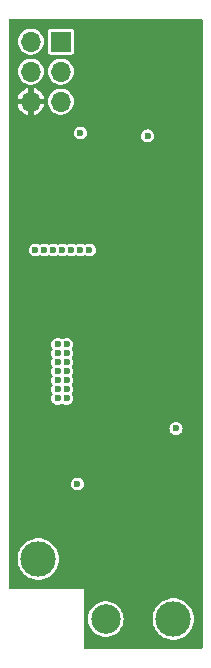
<source format=gbr>
%TF.GenerationSoftware,KiCad,Pcbnew,7.0.6*%
%TF.CreationDate,2023-11-17T09:16:20+01:00*%
%TF.ProjectId,dc_64d,64635f36-3464-42e6-9b69-6361645f7063,0.1*%
%TF.SameCoordinates,Original*%
%TF.FileFunction,Copper,L4,Bot*%
%TF.FilePolarity,Positive*%
%FSLAX46Y46*%
G04 Gerber Fmt 4.6, Leading zero omitted, Abs format (unit mm)*
G04 Created by KiCad (PCBNEW 7.0.6) date 2023-11-17 09:16:20*
%MOMM*%
%LPD*%
G01*
G04 APERTURE LIST*
%TA.AperFunction,ComponentPad*%
%ADD10C,3.000000*%
%TD*%
%TA.AperFunction,ComponentPad*%
%ADD11C,2.500000*%
%TD*%
%TA.AperFunction,ComponentPad*%
%ADD12R,1.700000X1.700000*%
%TD*%
%TA.AperFunction,ComponentPad*%
%ADD13O,1.700000X1.700000*%
%TD*%
%TA.AperFunction,ViaPad*%
%ADD14C,0.600000*%
%TD*%
G04 APERTURE END LIST*
D10*
X99060000Y-78740000D03*
X110490000Y-83820000D03*
D11*
X104775000Y-83820000D03*
X104775000Y-35560000D03*
D12*
X100970000Y-34940000D03*
D13*
X98430000Y-34940000D03*
X100970000Y-37480000D03*
X98430000Y-37480000D03*
X100970000Y-40020000D03*
X98430000Y-40020000D03*
D14*
X111887000Y-38100000D03*
X105537000Y-41352498D03*
X106426000Y-55651500D03*
X107823000Y-76581000D03*
X110998000Y-42164000D03*
X112141000Y-79883000D03*
X107543500Y-62230000D03*
X102743000Y-63627000D03*
X110998000Y-48133000D03*
X97663000Y-49022000D03*
X105537000Y-52984500D03*
X99568000Y-46482000D03*
X112014000Y-55905500D03*
X110464500Y-61214000D03*
X102108000Y-54102000D03*
X112268000Y-51968500D03*
X108331000Y-38862000D03*
X101981000Y-78867000D03*
X101981000Y-66929000D03*
X101981000Y-80391000D03*
X108458000Y-46736000D03*
X109855000Y-37338000D03*
X102743000Y-65151000D03*
X107543500Y-62992000D03*
X108077000Y-70993000D03*
X100711000Y-75946000D03*
X101981000Y-74549000D03*
X100838000Y-49530000D03*
X107696000Y-68072000D03*
X102616000Y-37084000D03*
X101981000Y-71501000D03*
X107950000Y-80645000D03*
X107061000Y-47498000D03*
X111379000Y-49809500D03*
X101981000Y-68453000D03*
X102743000Y-62103000D03*
X101981000Y-69977000D03*
X108077000Y-70231000D03*
X107543500Y-61468000D03*
X102235000Y-41402000D03*
X102489000Y-47117000D03*
X112141000Y-71374000D03*
X111506000Y-34163000D03*
X102743000Y-60579000D03*
X106553000Y-45212000D03*
X106299000Y-52984500D03*
X108077000Y-69469000D03*
X97790000Y-44831000D03*
X109728000Y-41021000D03*
X112014000Y-57429500D03*
X112014000Y-58953500D03*
X109855000Y-48133000D03*
X102362000Y-39116000D03*
X112014000Y-55143500D03*
X107823000Y-34036000D03*
X112014000Y-58191500D03*
X100711000Y-43434000D03*
X103251000Y-54102000D03*
X107950000Y-85471000D03*
X108458000Y-48133000D03*
X103124000Y-45720000D03*
X112141000Y-65659000D03*
X112141000Y-74549000D03*
X109220000Y-68072000D03*
X112014000Y-56667500D03*
X107823000Y-75819000D03*
X103378000Y-66675000D03*
X107823000Y-77343000D03*
X107061000Y-52984500D03*
X107823000Y-78105000D03*
X98806000Y-52578000D03*
X102616000Y-52578000D03*
X101092000Y-52578000D03*
X101854000Y-52578000D03*
X100330000Y-52578000D03*
X99568000Y-52578000D03*
X103378000Y-52578000D03*
X100711000Y-62103000D03*
X100711000Y-63627000D03*
X101473000Y-63627000D03*
X100711000Y-62865000D03*
X102362000Y-72390000D03*
X101473000Y-60579000D03*
X100711000Y-60579000D03*
X100711000Y-64389000D03*
X108331000Y-42926000D03*
X110718500Y-67691000D03*
X101473000Y-62865000D03*
X100711000Y-65151000D03*
X102616000Y-42672000D03*
X101473000Y-62103000D03*
X101473000Y-65151000D03*
X100711000Y-61341000D03*
X101473000Y-61341000D03*
X101473000Y-64389000D03*
%TA.AperFunction,Conductor*%
G36*
X106807000Y-37592000D02*
G01*
X102743000Y-37592000D01*
X102743000Y-33045500D01*
X106807000Y-33045500D01*
X106807000Y-37592000D01*
G37*
%TD.AperFunction*%
%TA.AperFunction,Conductor*%
G36*
X102743000Y-37592000D02*
G01*
X106807000Y-37592000D01*
X106807000Y-33045500D01*
X112880500Y-33045500D01*
X112947539Y-33065185D01*
X112993294Y-33117989D01*
X113004500Y-33169500D01*
X113004500Y-75438000D01*
X107315000Y-75438000D01*
X107315000Y-78486000D01*
X113004500Y-78486000D01*
X113004500Y-86210500D01*
X112984815Y-86277539D01*
X112932011Y-86323294D01*
X112880500Y-86334500D01*
X103019500Y-86334500D01*
X102952461Y-86314815D01*
X102906706Y-86262011D01*
X102895500Y-86210500D01*
X102895500Y-83820005D01*
X103269357Y-83820005D01*
X103289890Y-84067812D01*
X103289892Y-84067824D01*
X103350936Y-84308881D01*
X103450826Y-84536606D01*
X103586833Y-84744782D01*
X103586836Y-84744785D01*
X103755256Y-84927738D01*
X103951491Y-85080474D01*
X104170190Y-85198828D01*
X104405386Y-85279571D01*
X104650665Y-85320500D01*
X104899335Y-85320500D01*
X105144614Y-85279571D01*
X105379810Y-85198828D01*
X105598509Y-85080474D01*
X105794744Y-84927738D01*
X105963164Y-84744785D01*
X106099173Y-84536607D01*
X106199063Y-84308881D01*
X106260108Y-84067821D01*
X106280643Y-83820004D01*
X108734592Y-83820004D01*
X108754196Y-84081620D01*
X108754197Y-84081625D01*
X108812576Y-84337402D01*
X108812578Y-84337411D01*
X108812580Y-84337416D01*
X108908432Y-84581643D01*
X109039614Y-84808857D01*
X109171736Y-84974533D01*
X109203198Y-85013985D01*
X109384753Y-85182441D01*
X109395521Y-85192433D01*
X109612296Y-85340228D01*
X109612301Y-85340230D01*
X109612302Y-85340231D01*
X109612303Y-85340232D01*
X109737843Y-85400688D01*
X109848673Y-85454061D01*
X109848674Y-85454061D01*
X109848677Y-85454063D01*
X110099385Y-85531396D01*
X110358818Y-85570500D01*
X110621182Y-85570500D01*
X110880615Y-85531396D01*
X111131323Y-85454063D01*
X111367704Y-85340228D01*
X111584479Y-85192433D01*
X111776805Y-85013981D01*
X111940386Y-84808857D01*
X112071568Y-84581643D01*
X112167420Y-84337416D01*
X112225802Y-84081630D01*
X112226837Y-84067821D01*
X112245408Y-83820004D01*
X112245408Y-83819995D01*
X112225803Y-83558379D01*
X112225802Y-83558374D01*
X112225802Y-83558370D01*
X112167420Y-83302584D01*
X112071568Y-83058357D01*
X111940386Y-82831143D01*
X111776805Y-82626019D01*
X111776804Y-82626018D01*
X111776801Y-82626014D01*
X111584479Y-82447567D01*
X111456671Y-82360429D01*
X111367704Y-82299772D01*
X111367700Y-82299770D01*
X111367697Y-82299768D01*
X111367696Y-82299767D01*
X111131325Y-82185938D01*
X111131327Y-82185938D01*
X110880623Y-82108606D01*
X110880619Y-82108605D01*
X110880615Y-82108604D01*
X110755823Y-82089794D01*
X110621187Y-82069500D01*
X110621182Y-82069500D01*
X110358818Y-82069500D01*
X110358812Y-82069500D01*
X110197247Y-82093853D01*
X110099385Y-82108604D01*
X110099381Y-82108605D01*
X110099382Y-82108605D01*
X110099376Y-82108606D01*
X109848673Y-82185938D01*
X109612303Y-82299767D01*
X109612302Y-82299768D01*
X109395520Y-82447567D01*
X109203198Y-82626014D01*
X109039614Y-82831143D01*
X108908432Y-83058356D01*
X108812582Y-83302578D01*
X108812576Y-83302597D01*
X108754197Y-83558374D01*
X108754196Y-83558379D01*
X108734592Y-83819995D01*
X108734592Y-83820004D01*
X106280643Y-83820004D01*
X106280643Y-83820000D01*
X106260108Y-83572179D01*
X106199063Y-83331119D01*
X106186546Y-83302584D01*
X106099173Y-83103393D01*
X105963166Y-82895217D01*
X105941557Y-82871744D01*
X105794744Y-82712262D01*
X105598509Y-82559526D01*
X105598507Y-82559525D01*
X105598506Y-82559524D01*
X105379811Y-82441172D01*
X105379802Y-82441169D01*
X105144616Y-82360429D01*
X104899335Y-82319500D01*
X104650665Y-82319500D01*
X104405383Y-82360429D01*
X104170197Y-82441169D01*
X104170188Y-82441172D01*
X103951493Y-82559524D01*
X103755257Y-82712261D01*
X103586833Y-82895217D01*
X103450826Y-83103393D01*
X103350936Y-83331118D01*
X103289892Y-83572175D01*
X103289890Y-83572187D01*
X103269357Y-83819994D01*
X103269357Y-83820005D01*
X102895500Y-83820005D01*
X102895500Y-81309738D01*
X102897601Y-81299177D01*
X102897601Y-81279999D01*
X102889517Y-81260483D01*
X102875072Y-81254500D01*
X102870000Y-81252399D01*
X102850824Y-81252399D01*
X102840262Y-81254500D01*
X96669500Y-81254500D01*
X96602461Y-81234815D01*
X96556706Y-81182011D01*
X96545500Y-81130500D01*
X96545500Y-78740004D01*
X97304592Y-78740004D01*
X97324196Y-79001620D01*
X97324197Y-79001625D01*
X97382576Y-79257402D01*
X97382578Y-79257411D01*
X97382580Y-79257416D01*
X97478432Y-79501643D01*
X97609614Y-79728857D01*
X97741736Y-79894533D01*
X97773198Y-79933985D01*
X97954753Y-80102441D01*
X97965521Y-80112433D01*
X98182296Y-80260228D01*
X98182301Y-80260230D01*
X98182302Y-80260231D01*
X98182303Y-80260232D01*
X98307843Y-80320688D01*
X98418673Y-80374061D01*
X98418674Y-80374061D01*
X98418677Y-80374063D01*
X98669385Y-80451396D01*
X98928818Y-80490500D01*
X99191182Y-80490500D01*
X99450615Y-80451396D01*
X99701323Y-80374063D01*
X99937704Y-80260228D01*
X100154479Y-80112433D01*
X100346805Y-79933981D01*
X100510386Y-79728857D01*
X100641568Y-79501643D01*
X100737420Y-79257416D01*
X100795802Y-79001630D01*
X100815408Y-78740000D01*
X100795802Y-78478370D01*
X100737420Y-78222584D01*
X100641568Y-77978357D01*
X100510386Y-77751143D01*
X100346805Y-77546019D01*
X100346804Y-77546018D01*
X100346801Y-77546014D01*
X100154479Y-77367567D01*
X100154478Y-77367566D01*
X99937704Y-77219772D01*
X99937700Y-77219770D01*
X99937697Y-77219768D01*
X99937696Y-77219767D01*
X99701325Y-77105938D01*
X99701327Y-77105938D01*
X99450623Y-77028606D01*
X99450619Y-77028605D01*
X99450615Y-77028604D01*
X99325823Y-77009794D01*
X99191187Y-76989500D01*
X99191182Y-76989500D01*
X98928818Y-76989500D01*
X98928812Y-76989500D01*
X98767247Y-77013853D01*
X98669385Y-77028604D01*
X98669381Y-77028605D01*
X98669382Y-77028605D01*
X98669376Y-77028606D01*
X98418673Y-77105938D01*
X98182303Y-77219767D01*
X98182302Y-77219768D01*
X97965520Y-77367567D01*
X97773198Y-77546014D01*
X97609614Y-77751143D01*
X97478432Y-77978356D01*
X97382582Y-78222578D01*
X97382576Y-78222597D01*
X97324197Y-78478374D01*
X97324196Y-78478379D01*
X97304592Y-78739995D01*
X97304592Y-78740004D01*
X96545500Y-78740004D01*
X96545500Y-72390000D01*
X101806750Y-72390000D01*
X101825670Y-72533708D01*
X101825671Y-72533712D01*
X101881137Y-72667622D01*
X101881138Y-72667624D01*
X101881139Y-72667625D01*
X101969379Y-72782621D01*
X102084375Y-72870861D01*
X102218291Y-72926330D01*
X102345280Y-72943048D01*
X102361999Y-72945250D01*
X102362000Y-72945250D01*
X102362001Y-72945250D01*
X102376977Y-72943278D01*
X102505709Y-72926330D01*
X102639625Y-72870861D01*
X102754621Y-72782621D01*
X102842861Y-72667625D01*
X102898330Y-72533709D01*
X102917250Y-72390000D01*
X102898330Y-72246291D01*
X102842861Y-72112375D01*
X102754621Y-71997379D01*
X102639625Y-71909139D01*
X102639624Y-71909138D01*
X102639622Y-71909137D01*
X102505712Y-71853671D01*
X102505710Y-71853670D01*
X102505709Y-71853670D01*
X102433854Y-71844210D01*
X102362001Y-71834750D01*
X102361999Y-71834750D01*
X102218291Y-71853670D01*
X102218287Y-71853671D01*
X102084377Y-71909137D01*
X101969379Y-71997379D01*
X101881137Y-72112377D01*
X101825671Y-72246287D01*
X101825670Y-72246291D01*
X101806750Y-72389999D01*
X101806750Y-72390000D01*
X96545500Y-72390000D01*
X96545500Y-67691000D01*
X110163250Y-67691000D01*
X110182170Y-67834708D01*
X110182171Y-67834712D01*
X110237637Y-67968622D01*
X110237638Y-67968624D01*
X110237639Y-67968625D01*
X110325879Y-68083621D01*
X110440875Y-68171861D01*
X110574791Y-68227330D01*
X110701780Y-68244048D01*
X110718499Y-68246250D01*
X110718500Y-68246250D01*
X110718501Y-68246250D01*
X110733477Y-68244278D01*
X110862209Y-68227330D01*
X110996125Y-68171861D01*
X111111121Y-68083621D01*
X111199361Y-67968625D01*
X111254830Y-67834709D01*
X111273750Y-67691000D01*
X111254830Y-67547291D01*
X111199361Y-67413375D01*
X111111121Y-67298379D01*
X110996125Y-67210139D01*
X110996124Y-67210138D01*
X110996122Y-67210137D01*
X110862212Y-67154671D01*
X110862210Y-67154670D01*
X110862209Y-67154670D01*
X110790354Y-67145210D01*
X110718501Y-67135750D01*
X110718499Y-67135750D01*
X110574791Y-67154670D01*
X110574787Y-67154671D01*
X110440877Y-67210137D01*
X110325879Y-67298379D01*
X110237637Y-67413377D01*
X110182171Y-67547287D01*
X110182170Y-67547291D01*
X110163250Y-67690999D01*
X110163250Y-67691000D01*
X96545500Y-67691000D01*
X96545500Y-65151000D01*
X100155750Y-65151000D01*
X100174670Y-65294708D01*
X100174671Y-65294712D01*
X100230137Y-65428622D01*
X100230138Y-65428624D01*
X100230139Y-65428625D01*
X100318379Y-65543621D01*
X100433375Y-65631861D01*
X100567291Y-65687330D01*
X100694280Y-65704048D01*
X100710999Y-65706250D01*
X100711000Y-65706250D01*
X100711001Y-65706250D01*
X100725977Y-65704278D01*
X100854709Y-65687330D01*
X100988625Y-65631861D01*
X101016514Y-65610460D01*
X101081683Y-65585267D01*
X101150127Y-65599305D01*
X101167481Y-65610457D01*
X101195375Y-65631861D01*
X101329291Y-65687330D01*
X101456280Y-65704048D01*
X101472999Y-65706250D01*
X101473000Y-65706250D01*
X101473001Y-65706250D01*
X101487977Y-65704278D01*
X101616709Y-65687330D01*
X101750625Y-65631861D01*
X101865621Y-65543621D01*
X101953861Y-65428625D01*
X102009330Y-65294709D01*
X102028250Y-65151000D01*
X102009330Y-65007291D01*
X101953861Y-64873375D01*
X101932460Y-64845485D01*
X101907267Y-64780317D01*
X101921305Y-64711873D01*
X101932460Y-64694515D01*
X101953861Y-64666625D01*
X102009330Y-64532709D01*
X102028250Y-64389000D01*
X102009330Y-64245291D01*
X101953861Y-64111375D01*
X101932460Y-64083485D01*
X101907267Y-64018317D01*
X101921305Y-63949873D01*
X101932460Y-63932515D01*
X101953861Y-63904625D01*
X102009330Y-63770709D01*
X102028250Y-63627000D01*
X102009330Y-63483291D01*
X101953861Y-63349375D01*
X101932460Y-63321485D01*
X101907267Y-63256317D01*
X101921305Y-63187873D01*
X101932460Y-63170515D01*
X101953861Y-63142625D01*
X102009330Y-63008709D01*
X102028250Y-62865000D01*
X102009330Y-62721291D01*
X101953861Y-62587375D01*
X101932460Y-62559484D01*
X101907267Y-62494315D01*
X101921306Y-62425870D01*
X101932455Y-62408520D01*
X101953861Y-62380625D01*
X102009330Y-62246709D01*
X102028250Y-62103000D01*
X102009330Y-61959291D01*
X101953861Y-61825375D01*
X101932460Y-61797485D01*
X101907267Y-61732317D01*
X101921305Y-61663873D01*
X101932460Y-61646515D01*
X101953861Y-61618625D01*
X102009330Y-61484709D01*
X102028250Y-61341000D01*
X102009330Y-61197291D01*
X101953861Y-61063375D01*
X101932459Y-61035483D01*
X101907267Y-60970317D01*
X101921305Y-60901873D01*
X101932457Y-60884518D01*
X101953861Y-60856625D01*
X102009330Y-60722709D01*
X102028250Y-60579000D01*
X102009330Y-60435291D01*
X101953861Y-60301375D01*
X101865621Y-60186379D01*
X101750625Y-60098139D01*
X101750624Y-60098138D01*
X101750622Y-60098137D01*
X101616712Y-60042671D01*
X101616710Y-60042670D01*
X101616709Y-60042670D01*
X101544854Y-60033210D01*
X101473001Y-60023750D01*
X101472999Y-60023750D01*
X101329291Y-60042670D01*
X101329287Y-60042671D01*
X101195375Y-60098138D01*
X101167485Y-60119539D01*
X101102316Y-60144732D01*
X101033871Y-60130693D01*
X101016515Y-60119539D01*
X101001379Y-60107925D01*
X100988625Y-60098139D01*
X100988623Y-60098138D01*
X100988625Y-60098138D01*
X100854712Y-60042671D01*
X100854710Y-60042670D01*
X100854709Y-60042670D01*
X100782854Y-60033210D01*
X100711001Y-60023750D01*
X100710999Y-60023750D01*
X100567291Y-60042670D01*
X100567287Y-60042671D01*
X100433377Y-60098137D01*
X100318379Y-60186379D01*
X100230137Y-60301377D01*
X100174671Y-60435287D01*
X100174670Y-60435291D01*
X100155750Y-60578999D01*
X100155750Y-60579000D01*
X100174670Y-60722708D01*
X100174671Y-60722712D01*
X100230137Y-60856622D01*
X100230138Y-60856624D01*
X100230139Y-60856625D01*
X100251538Y-60884513D01*
X100276732Y-60949682D01*
X100262694Y-61018126D01*
X100251540Y-61035483D01*
X100230138Y-61063375D01*
X100174671Y-61197287D01*
X100174670Y-61197291D01*
X100155750Y-61340999D01*
X100155750Y-61341000D01*
X100174670Y-61484708D01*
X100174671Y-61484712D01*
X100230138Y-61618624D01*
X100251539Y-61646515D01*
X100276732Y-61711684D01*
X100262693Y-61780129D01*
X100251539Y-61797485D01*
X100230138Y-61825375D01*
X100174671Y-61959287D01*
X100174670Y-61959291D01*
X100155750Y-62102999D01*
X100155750Y-62103000D01*
X100174670Y-62246708D01*
X100174671Y-62246712D01*
X100230138Y-62380624D01*
X100251539Y-62408515D01*
X100276732Y-62473684D01*
X100262693Y-62542129D01*
X100251539Y-62559485D01*
X100230138Y-62587375D01*
X100174671Y-62721287D01*
X100174670Y-62721291D01*
X100155750Y-62864999D01*
X100155750Y-62865000D01*
X100174670Y-63008708D01*
X100174671Y-63008712D01*
X100230138Y-63142624D01*
X100251539Y-63170515D01*
X100276732Y-63235684D01*
X100262693Y-63304129D01*
X100251539Y-63321485D01*
X100230138Y-63349375D01*
X100174671Y-63483287D01*
X100174670Y-63483291D01*
X100155750Y-63626999D01*
X100155750Y-63627000D01*
X100174670Y-63770708D01*
X100174671Y-63770712D01*
X100230138Y-63904624D01*
X100251539Y-63932515D01*
X100276732Y-63997684D01*
X100262693Y-64066129D01*
X100251539Y-64083485D01*
X100230138Y-64111375D01*
X100174671Y-64245287D01*
X100174670Y-64245291D01*
X100155750Y-64388999D01*
X100155750Y-64389000D01*
X100174670Y-64532708D01*
X100174671Y-64532712D01*
X100230138Y-64666624D01*
X100251539Y-64694515D01*
X100276732Y-64759684D01*
X100262693Y-64828129D01*
X100251539Y-64845485D01*
X100230138Y-64873375D01*
X100174671Y-65007287D01*
X100174670Y-65007291D01*
X100155750Y-65150999D01*
X100155750Y-65151000D01*
X96545500Y-65151000D01*
X96545500Y-52578000D01*
X98250750Y-52578000D01*
X98269670Y-52721708D01*
X98269671Y-52721712D01*
X98325137Y-52855622D01*
X98325138Y-52855624D01*
X98325139Y-52855625D01*
X98413379Y-52970621D01*
X98528375Y-53058861D01*
X98662291Y-53114330D01*
X98789280Y-53131048D01*
X98805999Y-53133250D01*
X98806000Y-53133250D01*
X98806001Y-53133250D01*
X98820977Y-53131278D01*
X98949709Y-53114330D01*
X99083625Y-53058861D01*
X99111514Y-53037460D01*
X99176680Y-53012267D01*
X99245125Y-53026304D01*
X99262484Y-53037460D01*
X99262487Y-53037462D01*
X99290375Y-53058861D01*
X99424291Y-53114330D01*
X99551280Y-53131048D01*
X99567999Y-53133250D01*
X99568000Y-53133250D01*
X99568001Y-53133250D01*
X99582977Y-53131278D01*
X99711709Y-53114330D01*
X99845625Y-53058861D01*
X99873514Y-53037460D01*
X99938683Y-53012267D01*
X100007127Y-53026305D01*
X100024481Y-53037457D01*
X100052375Y-53058861D01*
X100186291Y-53114330D01*
X100313280Y-53131048D01*
X100329999Y-53133250D01*
X100330000Y-53133250D01*
X100330001Y-53133250D01*
X100344977Y-53131278D01*
X100473709Y-53114330D01*
X100607625Y-53058861D01*
X100635514Y-53037460D01*
X100700683Y-53012267D01*
X100769127Y-53026305D01*
X100786481Y-53037457D01*
X100814375Y-53058861D01*
X100948291Y-53114330D01*
X101075280Y-53131048D01*
X101091999Y-53133250D01*
X101092000Y-53133250D01*
X101092001Y-53133250D01*
X101106977Y-53131278D01*
X101235709Y-53114330D01*
X101369625Y-53058861D01*
X101397514Y-53037460D01*
X101462683Y-53012267D01*
X101531127Y-53026305D01*
X101548481Y-53037457D01*
X101576375Y-53058861D01*
X101710291Y-53114330D01*
X101837280Y-53131048D01*
X101853999Y-53133250D01*
X101854000Y-53133250D01*
X101854001Y-53133250D01*
X101868977Y-53131278D01*
X101997709Y-53114330D01*
X102131625Y-53058861D01*
X102159514Y-53037460D01*
X102224683Y-53012267D01*
X102293127Y-53026305D01*
X102310481Y-53037457D01*
X102338375Y-53058861D01*
X102472291Y-53114330D01*
X102599280Y-53131048D01*
X102615999Y-53133250D01*
X102616000Y-53133250D01*
X102616001Y-53133250D01*
X102630977Y-53131278D01*
X102759709Y-53114330D01*
X102893625Y-53058861D01*
X102921514Y-53037460D01*
X102986683Y-53012267D01*
X103055127Y-53026305D01*
X103072481Y-53037457D01*
X103100375Y-53058861D01*
X103234291Y-53114330D01*
X103361280Y-53131048D01*
X103377999Y-53133250D01*
X103378000Y-53133250D01*
X103378001Y-53133250D01*
X103392977Y-53131278D01*
X103521709Y-53114330D01*
X103655625Y-53058861D01*
X103770621Y-52970621D01*
X103858861Y-52855625D01*
X103914330Y-52721709D01*
X103933250Y-52578000D01*
X103914330Y-52434291D01*
X103858861Y-52300375D01*
X103770621Y-52185379D01*
X103655625Y-52097139D01*
X103655624Y-52097138D01*
X103655622Y-52097137D01*
X103521712Y-52041671D01*
X103521710Y-52041670D01*
X103521709Y-52041670D01*
X103449854Y-52032210D01*
X103378001Y-52022750D01*
X103377999Y-52022750D01*
X103234291Y-52041670D01*
X103234287Y-52041671D01*
X103100375Y-52097138D01*
X103072485Y-52118539D01*
X103007316Y-52143732D01*
X102938871Y-52129693D01*
X102921515Y-52118539D01*
X102906379Y-52106925D01*
X102893625Y-52097139D01*
X102893623Y-52097138D01*
X102893625Y-52097138D01*
X102759712Y-52041671D01*
X102759710Y-52041670D01*
X102759709Y-52041670D01*
X102687854Y-52032210D01*
X102616001Y-52022750D01*
X102615999Y-52022750D01*
X102472291Y-52041670D01*
X102472287Y-52041671D01*
X102338375Y-52097138D01*
X102310483Y-52118540D01*
X102245313Y-52143732D01*
X102176868Y-52129692D01*
X102159514Y-52118539D01*
X102131625Y-52097139D01*
X102131624Y-52097138D01*
X102131622Y-52097137D01*
X101997712Y-52041671D01*
X101997710Y-52041670D01*
X101997709Y-52041670D01*
X101925854Y-52032210D01*
X101854001Y-52022750D01*
X101853999Y-52022750D01*
X101710291Y-52041670D01*
X101710287Y-52041671D01*
X101576375Y-52097138D01*
X101548483Y-52118540D01*
X101483313Y-52143732D01*
X101414868Y-52129692D01*
X101397514Y-52118539D01*
X101369625Y-52097139D01*
X101369624Y-52097138D01*
X101369622Y-52097137D01*
X101235712Y-52041671D01*
X101235710Y-52041670D01*
X101235709Y-52041670D01*
X101163854Y-52032210D01*
X101092001Y-52022750D01*
X101091999Y-52022750D01*
X100948291Y-52041670D01*
X100948287Y-52041671D01*
X100814375Y-52097138D01*
X100786485Y-52118539D01*
X100721316Y-52143732D01*
X100652871Y-52129693D01*
X100635515Y-52118539D01*
X100620379Y-52106925D01*
X100607625Y-52097139D01*
X100607623Y-52097138D01*
X100607625Y-52097138D01*
X100473712Y-52041671D01*
X100473710Y-52041670D01*
X100473709Y-52041670D01*
X100401854Y-52032210D01*
X100330001Y-52022750D01*
X100329999Y-52022750D01*
X100186291Y-52041670D01*
X100186287Y-52041671D01*
X100052375Y-52097138D01*
X100024485Y-52118539D01*
X99959316Y-52143732D01*
X99890871Y-52129693D01*
X99873515Y-52118539D01*
X99858379Y-52106925D01*
X99845625Y-52097139D01*
X99845623Y-52097138D01*
X99845625Y-52097138D01*
X99711712Y-52041671D01*
X99711710Y-52041670D01*
X99711709Y-52041670D01*
X99639854Y-52032210D01*
X99568001Y-52022750D01*
X99567999Y-52022750D01*
X99424291Y-52041670D01*
X99424287Y-52041671D01*
X99290375Y-52097138D01*
X99262485Y-52118539D01*
X99197316Y-52143732D01*
X99128871Y-52129693D01*
X99111515Y-52118539D01*
X99096379Y-52106925D01*
X99083625Y-52097139D01*
X99083623Y-52097138D01*
X99083625Y-52097138D01*
X98949712Y-52041671D01*
X98949710Y-52041670D01*
X98949709Y-52041670D01*
X98877854Y-52032210D01*
X98806001Y-52022750D01*
X98805999Y-52022750D01*
X98662291Y-52041670D01*
X98662287Y-52041671D01*
X98528377Y-52097137D01*
X98413379Y-52185379D01*
X98325137Y-52300377D01*
X98269671Y-52434287D01*
X98269670Y-52434291D01*
X98250750Y-52577999D01*
X98250750Y-52578000D01*
X96545500Y-52578000D01*
X96545500Y-42672000D01*
X102060750Y-42672000D01*
X102079670Y-42815708D01*
X102079671Y-42815712D01*
X102135137Y-42949622D01*
X102135138Y-42949624D01*
X102135139Y-42949625D01*
X102223379Y-43064621D01*
X102338375Y-43152861D01*
X102472291Y-43208330D01*
X102599280Y-43225048D01*
X102615999Y-43227250D01*
X102616000Y-43227250D01*
X102616001Y-43227250D01*
X102630977Y-43225278D01*
X102759709Y-43208330D01*
X102893625Y-43152861D01*
X103008621Y-43064621D01*
X103096861Y-42949625D01*
X103106647Y-42926000D01*
X107775750Y-42926000D01*
X107794670Y-43069708D01*
X107794671Y-43069712D01*
X107850137Y-43203622D01*
X107850138Y-43203624D01*
X107850139Y-43203625D01*
X107938379Y-43318621D01*
X108053375Y-43406861D01*
X108187291Y-43462330D01*
X108314280Y-43479048D01*
X108330999Y-43481250D01*
X108331000Y-43481250D01*
X108331001Y-43481250D01*
X108345977Y-43479278D01*
X108474709Y-43462330D01*
X108608625Y-43406861D01*
X108723621Y-43318621D01*
X108811861Y-43203625D01*
X108867330Y-43069709D01*
X108886250Y-42926000D01*
X108867330Y-42782291D01*
X108811861Y-42648375D01*
X108723621Y-42533379D01*
X108608625Y-42445139D01*
X108608624Y-42445138D01*
X108608622Y-42445137D01*
X108474712Y-42389671D01*
X108474710Y-42389670D01*
X108474709Y-42389670D01*
X108402854Y-42380210D01*
X108331001Y-42370750D01*
X108330999Y-42370750D01*
X108187291Y-42389670D01*
X108187287Y-42389671D01*
X108053377Y-42445137D01*
X107938379Y-42533379D01*
X107850137Y-42648377D01*
X107794671Y-42782287D01*
X107794670Y-42782291D01*
X107775750Y-42925999D01*
X107775750Y-42926000D01*
X103106647Y-42926000D01*
X103152330Y-42815709D01*
X103171250Y-42672000D01*
X103152330Y-42528291D01*
X103096861Y-42394375D01*
X103008621Y-42279379D01*
X102893625Y-42191139D01*
X102893624Y-42191138D01*
X102893622Y-42191137D01*
X102759712Y-42135671D01*
X102759710Y-42135670D01*
X102759709Y-42135670D01*
X102687854Y-42126210D01*
X102616001Y-42116750D01*
X102615999Y-42116750D01*
X102472291Y-42135670D01*
X102472287Y-42135671D01*
X102338377Y-42191137D01*
X102223379Y-42279379D01*
X102135137Y-42394377D01*
X102079671Y-42528287D01*
X102079670Y-42528291D01*
X102060750Y-42671999D01*
X102060750Y-42672000D01*
X96545500Y-42672000D01*
X96545500Y-39769999D01*
X97305487Y-39769999D01*
X97305488Y-39770000D01*
X97996314Y-39770000D01*
X97970507Y-39810156D01*
X97930000Y-39948111D01*
X97930000Y-40091889D01*
X97970507Y-40229844D01*
X97996314Y-40270000D01*
X97305488Y-40270000D01*
X97353062Y-40437205D01*
X97353067Y-40437218D01*
X97448061Y-40627991D01*
X97576500Y-40798071D01*
X97734000Y-40941651D01*
X97734002Y-40941653D01*
X97915201Y-41053846D01*
X97915207Y-41053849D01*
X98113941Y-41130838D01*
X98180000Y-41143186D01*
X98180000Y-40455501D01*
X98287685Y-40504680D01*
X98394237Y-40520000D01*
X98465763Y-40520000D01*
X98572315Y-40504680D01*
X98680000Y-40455501D01*
X98680000Y-41143185D01*
X98746058Y-41130838D01*
X98944792Y-41053849D01*
X98944798Y-41053846D01*
X99125997Y-40941653D01*
X99125999Y-40941651D01*
X99283499Y-40798071D01*
X99411938Y-40627991D01*
X99506932Y-40437218D01*
X99506937Y-40437205D01*
X99554512Y-40270000D01*
X98863686Y-40270000D01*
X98889493Y-40229844D01*
X98930000Y-40091889D01*
X98930000Y-40020000D01*
X99864785Y-40020000D01*
X99883602Y-40223082D01*
X99939417Y-40419247D01*
X99939422Y-40419260D01*
X100030327Y-40601821D01*
X100153237Y-40764581D01*
X100303958Y-40901980D01*
X100303960Y-40901982D01*
X100403141Y-40963392D01*
X100477363Y-41009348D01*
X100667544Y-41083024D01*
X100868024Y-41120500D01*
X100868026Y-41120500D01*
X101071974Y-41120500D01*
X101071976Y-41120500D01*
X101272456Y-41083024D01*
X101462637Y-41009348D01*
X101636041Y-40901981D01*
X101786764Y-40764579D01*
X101909673Y-40601821D01*
X102000582Y-40419250D01*
X102056397Y-40223083D01*
X102075215Y-40020000D01*
X102056397Y-39816917D01*
X102000582Y-39620750D01*
X101909673Y-39438179D01*
X101786764Y-39275421D01*
X101786762Y-39275418D01*
X101636041Y-39138019D01*
X101636039Y-39138017D01*
X101462642Y-39030655D01*
X101462635Y-39030651D01*
X101347761Y-38986149D01*
X101272456Y-38956976D01*
X101071976Y-38919500D01*
X100868024Y-38919500D01*
X100667544Y-38956976D01*
X100667541Y-38956976D01*
X100667541Y-38956977D01*
X100477364Y-39030651D01*
X100477357Y-39030655D01*
X100303960Y-39138017D01*
X100303958Y-39138019D01*
X100153237Y-39275418D01*
X100030327Y-39438178D01*
X99939422Y-39620739D01*
X99939417Y-39620752D01*
X99883602Y-39816917D01*
X99864785Y-40019999D01*
X99864785Y-40020000D01*
X98930000Y-40020000D01*
X98930000Y-39948111D01*
X98889493Y-39810156D01*
X98863686Y-39770000D01*
X99554512Y-39770000D01*
X99554512Y-39769999D01*
X99506937Y-39602794D01*
X99506932Y-39602781D01*
X99411938Y-39412008D01*
X99283499Y-39241928D01*
X99125999Y-39098348D01*
X99125997Y-39098346D01*
X98944798Y-38986153D01*
X98944789Y-38986149D01*
X98746063Y-38909163D01*
X98746058Y-38909162D01*
X98680000Y-38896813D01*
X98680000Y-39584498D01*
X98572315Y-39535320D01*
X98465763Y-39520000D01*
X98394237Y-39520000D01*
X98287685Y-39535320D01*
X98180000Y-39584498D01*
X98180000Y-38896813D01*
X98113941Y-38909162D01*
X98113936Y-38909163D01*
X97915210Y-38986149D01*
X97915201Y-38986153D01*
X97734002Y-39098346D01*
X97734000Y-39098348D01*
X97576500Y-39241928D01*
X97448061Y-39412008D01*
X97353067Y-39602781D01*
X97353062Y-39602794D01*
X97305487Y-39769999D01*
X96545500Y-39769999D01*
X96545500Y-37480000D01*
X97324785Y-37480000D01*
X97343602Y-37683082D01*
X97399417Y-37879247D01*
X97399422Y-37879260D01*
X97490327Y-38061821D01*
X97613237Y-38224581D01*
X97763958Y-38361980D01*
X97763960Y-38361982D01*
X97863141Y-38423392D01*
X97937363Y-38469348D01*
X98127544Y-38543024D01*
X98328024Y-38580500D01*
X98328026Y-38580500D01*
X98531974Y-38580500D01*
X98531976Y-38580500D01*
X98732456Y-38543024D01*
X98922637Y-38469348D01*
X99096041Y-38361981D01*
X99246764Y-38224579D01*
X99369673Y-38061821D01*
X99460582Y-37879250D01*
X99516397Y-37683083D01*
X99535215Y-37480000D01*
X99864785Y-37480000D01*
X99883602Y-37683082D01*
X99939417Y-37879247D01*
X99939422Y-37879260D01*
X100030327Y-38061821D01*
X100153237Y-38224581D01*
X100303958Y-38361980D01*
X100303960Y-38361982D01*
X100403141Y-38423392D01*
X100477363Y-38469348D01*
X100667544Y-38543024D01*
X100868024Y-38580500D01*
X100868026Y-38580500D01*
X101071974Y-38580500D01*
X101071976Y-38580500D01*
X101272456Y-38543024D01*
X101462637Y-38469348D01*
X101636041Y-38361981D01*
X101786764Y-38224579D01*
X101909673Y-38061821D01*
X102000582Y-37879250D01*
X102056397Y-37683083D01*
X102075215Y-37480000D01*
X102056397Y-37276917D01*
X102000582Y-37080750D01*
X101909673Y-36898179D01*
X101786764Y-36735421D01*
X101786762Y-36735418D01*
X101636041Y-36598019D01*
X101636039Y-36598017D01*
X101462642Y-36490655D01*
X101462635Y-36490651D01*
X101367546Y-36453814D01*
X101272456Y-36416976D01*
X101071976Y-36379500D01*
X100868024Y-36379500D01*
X100667544Y-36416976D01*
X100667541Y-36416976D01*
X100667541Y-36416977D01*
X100477364Y-36490651D01*
X100477357Y-36490655D01*
X100303960Y-36598017D01*
X100303958Y-36598019D01*
X100153237Y-36735418D01*
X100030327Y-36898178D01*
X99939422Y-37080739D01*
X99939417Y-37080752D01*
X99883602Y-37276917D01*
X99864785Y-37479999D01*
X99864785Y-37480000D01*
X99535215Y-37480000D01*
X99516397Y-37276917D01*
X99460582Y-37080750D01*
X99369673Y-36898179D01*
X99246764Y-36735421D01*
X99246762Y-36735418D01*
X99096041Y-36598019D01*
X99096039Y-36598017D01*
X98922642Y-36490655D01*
X98922635Y-36490651D01*
X98827546Y-36453814D01*
X98732456Y-36416976D01*
X98531976Y-36379500D01*
X98328024Y-36379500D01*
X98127544Y-36416976D01*
X98127541Y-36416976D01*
X98127541Y-36416977D01*
X97937364Y-36490651D01*
X97937357Y-36490655D01*
X97763960Y-36598017D01*
X97763958Y-36598019D01*
X97613237Y-36735418D01*
X97490327Y-36898178D01*
X97399422Y-37080739D01*
X97399417Y-37080752D01*
X97343602Y-37276917D01*
X97324785Y-37479999D01*
X97324785Y-37480000D01*
X96545500Y-37480000D01*
X96545500Y-34940000D01*
X97324785Y-34940000D01*
X97343602Y-35143082D01*
X97399417Y-35339247D01*
X97399422Y-35339260D01*
X97490327Y-35521821D01*
X97613237Y-35684581D01*
X97763958Y-35821980D01*
X97763960Y-35821982D01*
X97829543Y-35862589D01*
X97937363Y-35929348D01*
X98127544Y-36003024D01*
X98328024Y-36040500D01*
X98328026Y-36040500D01*
X98531974Y-36040500D01*
X98531976Y-36040500D01*
X98732456Y-36003024D01*
X98922637Y-35929348D01*
X99096041Y-35821981D01*
X99104052Y-35814678D01*
X99869500Y-35814678D01*
X99884032Y-35887735D01*
X99884033Y-35887739D01*
X99884034Y-35887740D01*
X99939399Y-35970601D01*
X100022259Y-36025966D01*
X100022260Y-36025966D01*
X100022264Y-36025967D01*
X100095321Y-36040499D01*
X100095324Y-36040500D01*
X100095326Y-36040500D01*
X101844676Y-36040500D01*
X101844677Y-36040499D01*
X101917740Y-36025966D01*
X102000601Y-35970601D01*
X102055966Y-35887740D01*
X102070500Y-35814674D01*
X102070500Y-34065326D01*
X102070500Y-34065323D01*
X102070499Y-34065321D01*
X102055967Y-33992264D01*
X102055966Y-33992260D01*
X102055965Y-33992260D01*
X102000601Y-33909399D01*
X101917740Y-33854034D01*
X101917739Y-33854033D01*
X101917735Y-33854032D01*
X101844677Y-33839500D01*
X101844674Y-33839500D01*
X100095326Y-33839500D01*
X100095323Y-33839500D01*
X100022264Y-33854032D01*
X100022260Y-33854033D01*
X99939399Y-33909399D01*
X99884033Y-33992260D01*
X99884032Y-33992264D01*
X99869500Y-34065321D01*
X99869500Y-35814678D01*
X99104052Y-35814678D01*
X99246764Y-35684579D01*
X99369673Y-35521821D01*
X99460582Y-35339250D01*
X99516397Y-35143083D01*
X99535215Y-34940000D01*
X99516397Y-34736917D01*
X99460582Y-34540750D01*
X99369673Y-34358179D01*
X99246764Y-34195421D01*
X99246762Y-34195418D01*
X99096041Y-34058019D01*
X99096039Y-34058017D01*
X98922642Y-33950655D01*
X98922635Y-33950651D01*
X98816150Y-33909399D01*
X98732456Y-33876976D01*
X98531976Y-33839500D01*
X98328024Y-33839500D01*
X98127544Y-33876976D01*
X98127541Y-33876976D01*
X98127541Y-33876977D01*
X97937364Y-33950651D01*
X97937357Y-33950655D01*
X97763960Y-34058017D01*
X97763958Y-34058019D01*
X97613237Y-34195418D01*
X97490327Y-34358178D01*
X97399422Y-34540739D01*
X97399417Y-34540752D01*
X97343602Y-34736917D01*
X97324785Y-34939999D01*
X97324785Y-34940000D01*
X96545500Y-34940000D01*
X96545500Y-33169500D01*
X96565185Y-33102461D01*
X96617989Y-33056706D01*
X96669500Y-33045500D01*
X102743000Y-33045500D01*
X102743000Y-37592000D01*
G37*
%TD.AperFunction*%
%TA.AperFunction,Conductor*%
G36*
X113004500Y-78486000D02*
G01*
X107315000Y-78486000D01*
X107315000Y-75438000D01*
X113004500Y-75438000D01*
X113004500Y-78486000D01*
G37*
%TD.AperFunction*%
M02*

</source>
